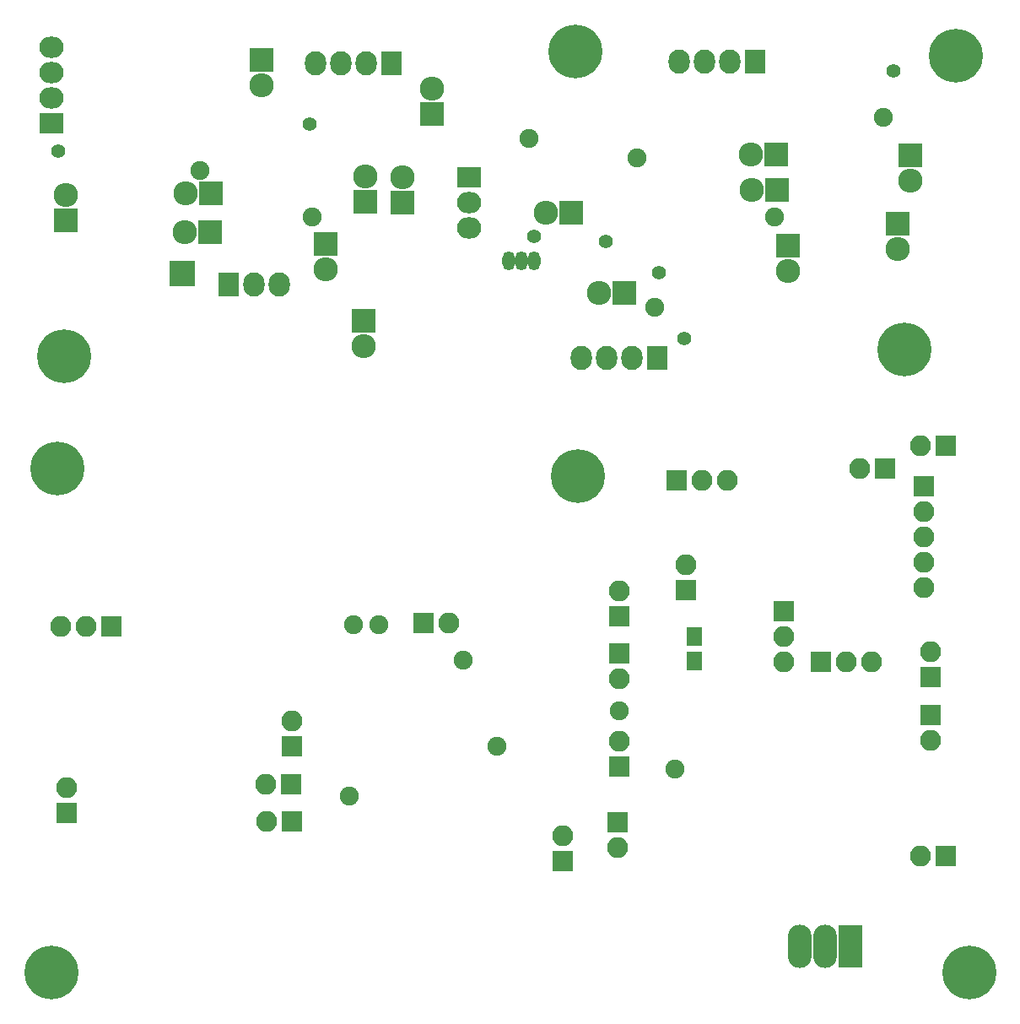
<source format=gbr>
G04 #@! TF.FileFunction,Soldermask,Bot*
%FSLAX46Y46*%
G04 Gerber Fmt 4.6, Leading zero omitted, Abs format (unit mm)*
G04 Created by KiCad (PCBNEW 4.0.6) date 05/22/17 18:05:56*
%MOMM*%
%LPD*%
G01*
G04 APERTURE LIST*
%ADD10C,0.100000*%
%ADD11C,5.400000*%
%ADD12C,1.000000*%
%ADD13R,2.432000X2.432000*%
%ADD14O,2.432000X2.432000*%
%ADD15C,1.900000*%
%ADD16O,1.299160X1.901140*%
%ADD17C,1.400000*%
%ADD18R,2.635200X2.635200*%
%ADD19R,2.127200X2.432000*%
%ADD20O,2.127200X2.432000*%
%ADD21R,2.432000X2.127200*%
%ADD22O,2.432000X2.127200*%
%ADD23R,2.100000X2.100000*%
%ADD24O,2.100000X2.100000*%
%ADD25R,2.380000X4.360000*%
%ADD26O,2.380000X4.360000*%
%ADD27R,1.650000X1.900000*%
G04 APERTURE END LIST*
D10*
D11*
X91690300Y-42468600D03*
D12*
X93565300Y-42468600D03*
X93016125Y-43794425D03*
X91690300Y-44343600D03*
X90364475Y-43794425D03*
X89815300Y-42468600D03*
X90364475Y-41142775D03*
X91690300Y-40593600D03*
X93016125Y-41142775D03*
D13*
X70560000Y-57580000D03*
D14*
X70560000Y-55040000D03*
D15*
X54000000Y-54410000D03*
X87030000Y-51160000D03*
X65260000Y-59050000D03*
X97860000Y-53150000D03*
X99610000Y-68080000D03*
X122610000Y-49090000D03*
X111630000Y-59080000D03*
D16*
X86220000Y-63500000D03*
X87490000Y-63500000D03*
X84950000Y-63500000D03*
D17*
X39740000Y-52460000D03*
X123570000Y-44380000D03*
X102610000Y-71280000D03*
X87550000Y-61050000D03*
X94720000Y-61510000D03*
X100070000Y-64660000D03*
X64980000Y-49780000D03*
D18*
X52220300Y-64749900D03*
D19*
X73210000Y-43620000D03*
D20*
X70670000Y-43620000D03*
X68130000Y-43620000D03*
X65590000Y-43620000D03*
D19*
X109740000Y-43460000D03*
D20*
X107200000Y-43460000D03*
X104660000Y-43460000D03*
X102120000Y-43460000D03*
D19*
X56870000Y-65810000D03*
D20*
X59410000Y-65810000D03*
X61950000Y-65810000D03*
D21*
X80970000Y-55060000D03*
D22*
X80970000Y-57600000D03*
X80970000Y-60140000D03*
D13*
X74300000Y-57610000D03*
D14*
X74300000Y-55070000D03*
D13*
X111840000Y-52770000D03*
D14*
X109300000Y-52770000D03*
D13*
X111860000Y-56350000D03*
D14*
X109320000Y-56350000D03*
D13*
X96610000Y-66700000D03*
D14*
X94070000Y-66700000D03*
D13*
X66570000Y-61810000D03*
D14*
X66570000Y-64350000D03*
D13*
X125250000Y-52850000D03*
D14*
X125250000Y-55390000D03*
D13*
X91210000Y-58600000D03*
D14*
X88670000Y-58600000D03*
D13*
X55042240Y-60571600D03*
D14*
X52502240Y-60571600D03*
D13*
X55123520Y-56670160D03*
D14*
X52583520Y-56670160D03*
D13*
X113040000Y-61930000D03*
D14*
X113040000Y-64470000D03*
D13*
X70430000Y-69500000D03*
D14*
X70430000Y-72040000D03*
D13*
X124010000Y-59770000D03*
D14*
X124010000Y-62310000D03*
D13*
X40543920Y-59413360D03*
D14*
X40543920Y-56873360D03*
D13*
X77290000Y-48750000D03*
D14*
X77290000Y-46210000D03*
D13*
X60160000Y-43320000D03*
D14*
X60160000Y-45860000D03*
D21*
X39110000Y-49690000D03*
D22*
X39110000Y-47150000D03*
X39110000Y-44610000D03*
X39110000Y-42070000D03*
D19*
X99850000Y-73190000D03*
D20*
X97310000Y-73190000D03*
X94770000Y-73190000D03*
X92230000Y-73190000D03*
D23*
X96034300Y-114161400D03*
D24*
X96034300Y-111621400D03*
D23*
X96034300Y-99111900D03*
D24*
X96034300Y-96571900D03*
D23*
X63192100Y-119711300D03*
D24*
X60652100Y-119711300D03*
D23*
X63166700Y-115990200D03*
D24*
X60626700Y-115990200D03*
D23*
X95869200Y-119749400D03*
D24*
X95869200Y-122289400D03*
D15*
X80438700Y-103531500D03*
X71929700Y-99975500D03*
X96034300Y-108624200D03*
X69402400Y-99962800D03*
X83829600Y-112180200D03*
X68983300Y-117184000D03*
D23*
X63179400Y-112154800D03*
D24*
X63179400Y-109614800D03*
D23*
X45056500Y-100140600D03*
D24*
X42516500Y-100140600D03*
X39976500Y-100140600D03*
D23*
X40624200Y-118796900D03*
D24*
X40624200Y-116256900D03*
D23*
X76438200Y-99810400D03*
D24*
X78978200Y-99810400D03*
D23*
X96034300Y-102807600D03*
D24*
X96034300Y-105347600D03*
D23*
X90357400Y-123635600D03*
D24*
X90357400Y-121095600D03*
D25*
X119298300Y-132204700D03*
D26*
X116758300Y-132204700D03*
X114218300Y-132204700D03*
D23*
X128848700Y-123136900D03*
D24*
X126308700Y-123136900D03*
D23*
X128848700Y-82014300D03*
D24*
X126308700Y-82014300D03*
D23*
X127337400Y-105204500D03*
D24*
X127337400Y-102664500D03*
D23*
X126613500Y-86091000D03*
D24*
X126613500Y-88631000D03*
X126613500Y-91171000D03*
X126613500Y-93711000D03*
X126613500Y-96251000D03*
D27*
X103610300Y-101128600D03*
X103610300Y-103628600D03*
D23*
X112600300Y-98608600D03*
D24*
X112600300Y-101148600D03*
X112600300Y-103688600D03*
D23*
X122701900Y-84325700D03*
D24*
X120161900Y-84325700D03*
D23*
X102720300Y-96478600D03*
D24*
X102720300Y-93938600D03*
D23*
X127350100Y-109039900D03*
D24*
X127350100Y-111579900D03*
D23*
X101800300Y-85478600D03*
D24*
X104340300Y-85478600D03*
X106880300Y-85478600D03*
D23*
X116326500Y-103693200D03*
D24*
X118866500Y-103693200D03*
X121406500Y-103693200D03*
D15*
X101630300Y-114418600D03*
D11*
X129890300Y-42918600D03*
D12*
X131765300Y-42918600D03*
X131216125Y-44244425D03*
X129890300Y-44793600D03*
X128564475Y-44244425D03*
X128015300Y-42918600D03*
X128564475Y-41592775D03*
X129890300Y-41043600D03*
X131216125Y-41592775D03*
D11*
X40350300Y-73038600D03*
D12*
X42225300Y-73038600D03*
X41676125Y-74364425D03*
X40350300Y-74913600D03*
X39024475Y-74364425D03*
X38475300Y-73038600D03*
X39024475Y-71712775D03*
X40350300Y-71163600D03*
X41676125Y-71712775D03*
D11*
X39060300Y-134838600D03*
D12*
X40935300Y-134838600D03*
X40386125Y-136164425D03*
X39060300Y-136713600D03*
X37734475Y-136164425D03*
X37185300Y-134838600D03*
X37734475Y-133512775D03*
X39060300Y-132963600D03*
X40386125Y-133512775D03*
D11*
X124710300Y-72388600D03*
D12*
X126585300Y-72388600D03*
X126036125Y-73714425D03*
X124710300Y-74263600D03*
X123384475Y-73714425D03*
X122835300Y-72388600D03*
X123384475Y-71062775D03*
X124710300Y-70513600D03*
X126036125Y-71062775D03*
D11*
X91950300Y-85088600D03*
D12*
X93825300Y-85088600D03*
X93276125Y-86414425D03*
X91950300Y-86963600D03*
X90624475Y-86414425D03*
X90075300Y-85088600D03*
X90624475Y-83762775D03*
X91950300Y-83213600D03*
X93276125Y-83762775D03*
D11*
X39710300Y-84328600D03*
D12*
X41585300Y-84328600D03*
X41036125Y-85654425D03*
X39710300Y-86203600D03*
X38384475Y-85654425D03*
X37835300Y-84328600D03*
X38384475Y-83002775D03*
X39710300Y-82453600D03*
X41036125Y-83002775D03*
D11*
X131170300Y-134858600D03*
D12*
X133045300Y-134858600D03*
X132496125Y-136184425D03*
X131170300Y-136733600D03*
X129844475Y-136184425D03*
X129295300Y-134858600D03*
X129844475Y-133532775D03*
X131170300Y-132983600D03*
X132496125Y-133532775D03*
M02*

</source>
